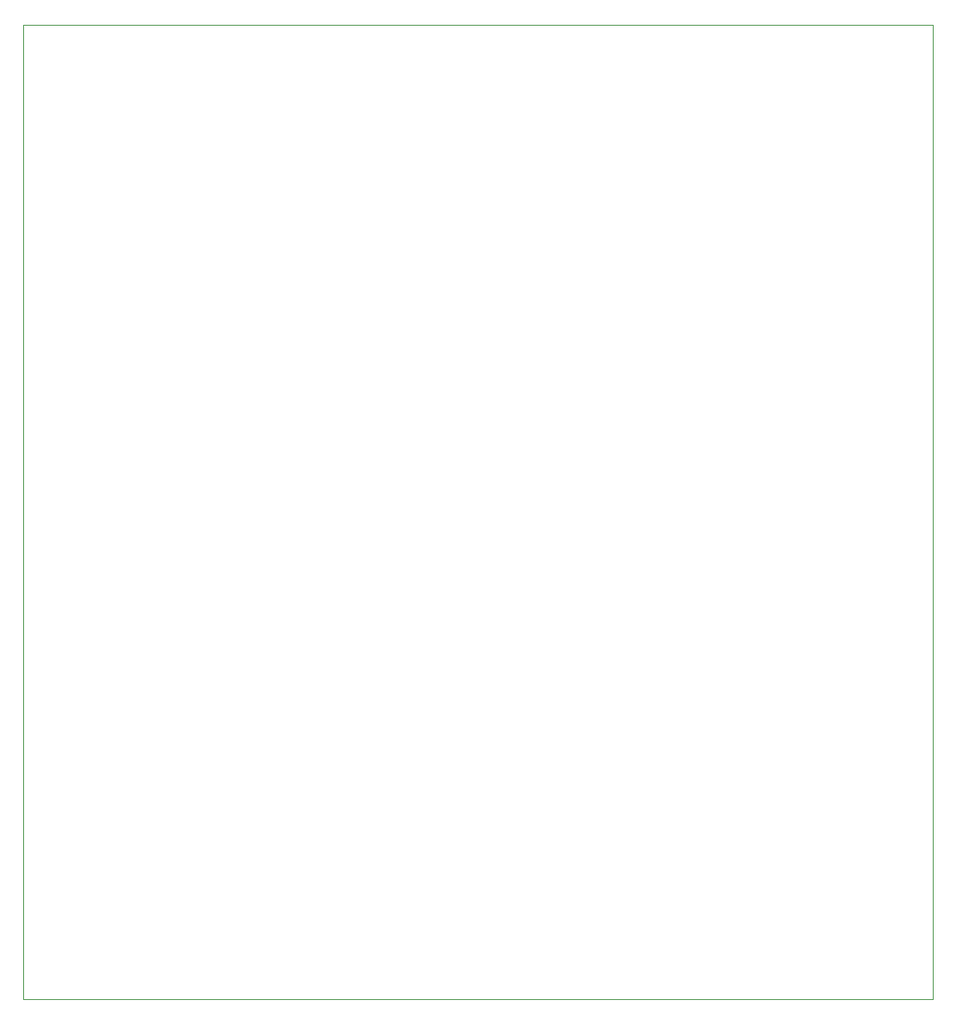
<source format=gbr>
G04 #@! TF.FileFunction,Profile,NP*
%FSLAX46Y46*%
G04 Gerber Fmt 4.6, Leading zero omitted, Abs format (unit mm)*
G04 Created by KiCad (PCBNEW 4.0.4-stable) date 12/08/16 13:32:53*
%MOMM*%
%LPD*%
G01*
G04 APERTURE LIST*
%ADD10C,0.100000*%
G04 APERTURE END LIST*
D10*
X66040000Y-31496000D02*
X66040000Y-131064000D01*
X159004000Y-31496000D02*
X66040000Y-31496000D01*
X159004000Y-131064000D02*
X159004000Y-31496000D01*
X66040000Y-131064000D02*
X159004000Y-131064000D01*
M02*

</source>
